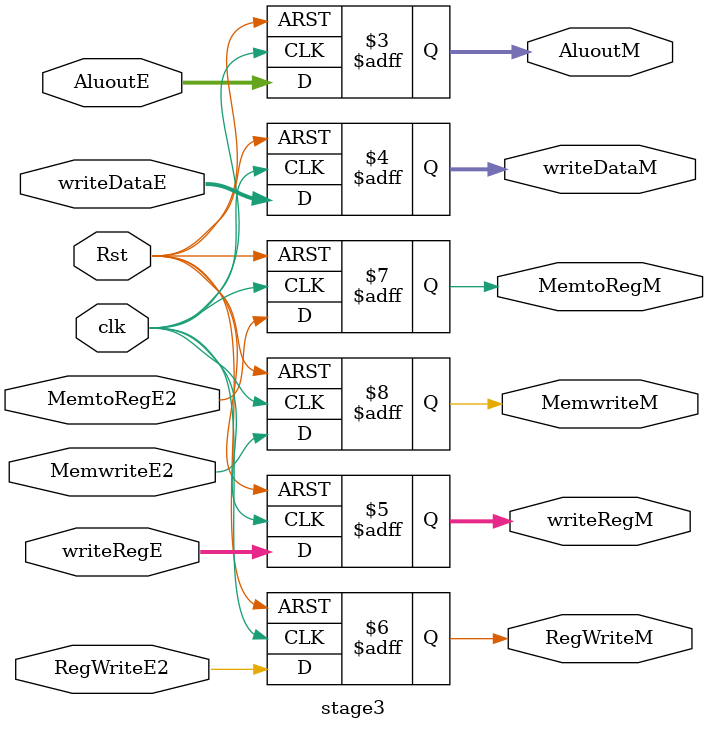
<source format=v>
module stage3(
    input [31:0] AluoutE,
    input [31:0] writeDataE,
    input [4:0]  writeRegE,
    input       clk, RegWriteE2, MemtoRegE2, MemwriteE2,Rst, 
    output reg [31:0] AluoutM,
    output reg [31:0] writeDataM,
    output reg [4:0]  writeRegM,
    output reg RegWriteM, MemtoRegM, MemwriteM
);

always @(posedge clk,negedge Rst) begin
    if (!Rst)
    begin
    AluoutM    <= 32'd0;
    writeDataM <= 32'd0;
    writeRegM  <= 5'd0;
    RegWriteM  <= 1'b0;
    MemtoRegM  <= 1'b0;
    MemwriteM  <= 1'b0;
  end

else begin
    AluoutM <= AluoutE;
    writeDataM <= writeDataE;
    writeRegM  <= writeRegE;
    RegWriteM  <= RegWriteE2;
    MemtoRegM  <= MemtoRegE2;
    MemwriteM  <= MemwriteE2;  
end
end

endmodule
</source>
